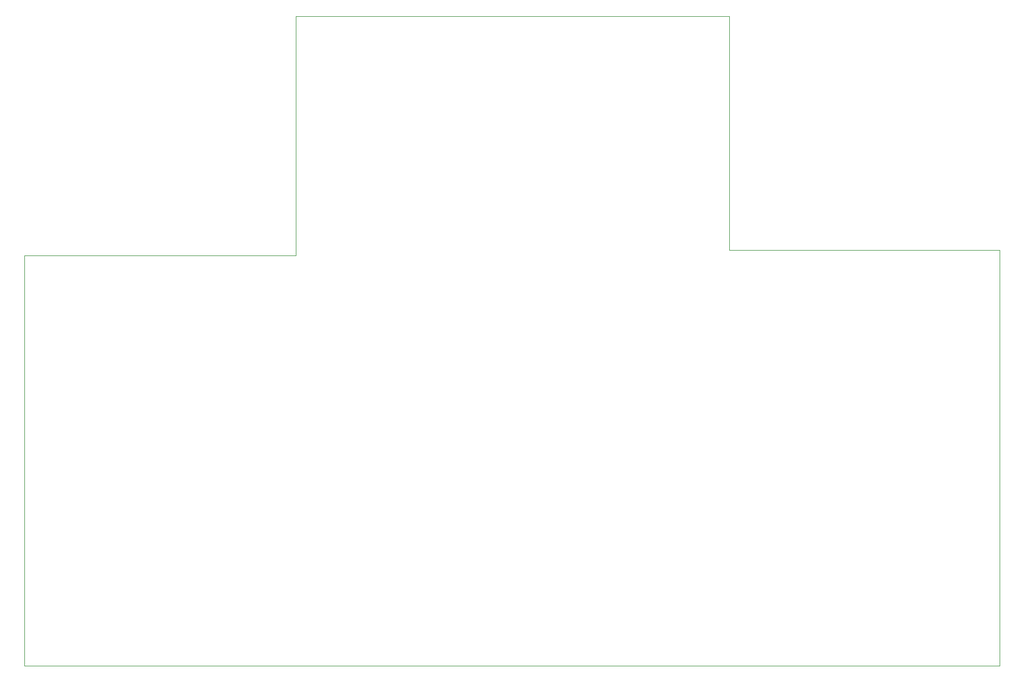
<source format=gm1>
G04*
G04 #@! TF.GenerationSoftware,Altium Limited,Altium Designer,24.1.2 (44)*
G04*
G04 Layer_Color=0*
%FSLAX44Y44*%
%MOMM*%
G71*
G04*
G04 #@! TF.SameCoordinates,E0F3E5AA-E928-4F3E-A3F1-0B3BCF619B82*
G04*
G04*
G04 #@! TF.FilePolarity,Positive*
G04*
G01*
G75*
%ADD41C,0.0254*%
D41*
X0Y0D02*
Y641350D01*
X424180D01*
Y1016000D01*
X1101090D01*
Y650240D01*
X1524000D01*
Y0D01*
X0D01*
M02*

</source>
